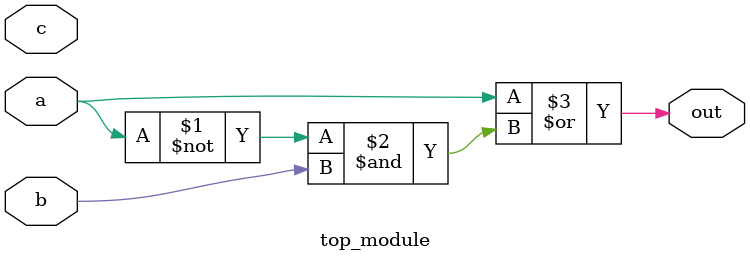
<source format=sv>
module top_module(
    input a, 
    input b, 
    input c, 
    output out
);

    assign out = a | (~a & b);  // Simplified boolean expression from the Karnaugh map

endmodule

</source>
